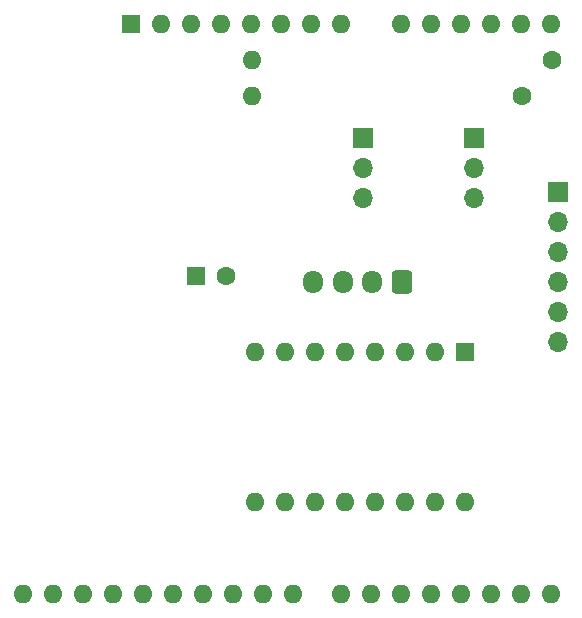
<source format=gbr>
%TF.GenerationSoftware,KiCad,Pcbnew,(6.0.8)*%
%TF.CreationDate,2022-10-14T20:54:24-03:00*%
%TF.ProjectId,Shield,53686965-6c64-42e6-9b69-6361645f7063,rev?*%
%TF.SameCoordinates,Original*%
%TF.FileFunction,Soldermask,Bot*%
%TF.FilePolarity,Negative*%
%FSLAX46Y46*%
G04 Gerber Fmt 4.6, Leading zero omitted, Abs format (unit mm)*
G04 Created by KiCad (PCBNEW (6.0.8)) date 2022-10-14 20:54:24*
%MOMM*%
%LPD*%
G01*
G04 APERTURE LIST*
G04 Aperture macros list*
%AMRoundRect*
0 Rectangle with rounded corners*
0 $1 Rounding radius*
0 $2 $3 $4 $5 $6 $7 $8 $9 X,Y pos of 4 corners*
0 Add a 4 corners polygon primitive as box body*
4,1,4,$2,$3,$4,$5,$6,$7,$8,$9,$2,$3,0*
0 Add four circle primitives for the rounded corners*
1,1,$1+$1,$2,$3*
1,1,$1+$1,$4,$5*
1,1,$1+$1,$6,$7*
1,1,$1+$1,$8,$9*
0 Add four rect primitives between the rounded corners*
20,1,$1+$1,$2,$3,$4,$5,0*
20,1,$1+$1,$4,$5,$6,$7,0*
20,1,$1+$1,$6,$7,$8,$9,0*
20,1,$1+$1,$8,$9,$2,$3,0*%
G04 Aperture macros list end*
%ADD10O,1.600000X1.600000*%
%ADD11C,1.600000*%
%ADD12R,1.700000X1.700000*%
%ADD13O,1.700000X1.700000*%
%ADD14RoundRect,0.250000X0.600000X0.725000X-0.600000X0.725000X-0.600000X-0.725000X0.600000X-0.725000X0*%
%ADD15O,1.700000X1.950000*%
%ADD16R,1.600000X1.600000*%
G04 APERTURE END LIST*
D10*
%TO.C,R2*%
X164592000Y-89408000D03*
D11*
X187452000Y-89408000D03*
%TD*%
%TO.C,R1*%
X189992000Y-86360000D03*
D10*
X164592000Y-86360000D03*
%TD*%
D12*
%TO.C,SensorFlujo1*%
X190500000Y-97536000D03*
D13*
X190500000Y-100076000D03*
X190500000Y-102616000D03*
X190500000Y-105156000D03*
X190500000Y-107696000D03*
X190500000Y-110236000D03*
%TD*%
D14*
%TO.C,MotorStepper1*%
X177292000Y-105156000D03*
D15*
X174792000Y-105156000D03*
X172292000Y-105156000D03*
X169792000Y-105156000D03*
%TD*%
D13*
%TO.C,SensorPresion1*%
X183388000Y-98044000D03*
X183388000Y-95504000D03*
D12*
X183388000Y-92964000D03*
%TD*%
%TO.C,SensorPresion2*%
X174005000Y-92964000D03*
D13*
X174005000Y-95504000D03*
X174005000Y-98044000D03*
%TD*%
D10*
%TO.C,A2*%
X182626000Y-123708000D03*
X180086000Y-123708000D03*
X177546000Y-123708000D03*
X175006000Y-123708000D03*
X172466000Y-123708000D03*
X169926000Y-123708000D03*
X167386000Y-123708000D03*
X164846000Y-123708000D03*
X164846000Y-111008000D03*
X167386000Y-111008000D03*
X169926000Y-111008000D03*
X172466000Y-111008000D03*
X175006000Y-111008000D03*
X177546000Y-111008000D03*
X180086000Y-111008000D03*
D16*
X182626000Y-111008000D03*
%TD*%
%TO.C,C1*%
X159883349Y-104648000D03*
D11*
X162383349Y-104648000D03*
%TD*%
D16*
%TO.C,A1*%
X154380000Y-83260000D03*
D10*
X156920000Y-83260000D03*
X159460000Y-83260000D03*
X162000000Y-83260000D03*
X164540000Y-83260000D03*
X167080000Y-83260000D03*
X169620000Y-83260000D03*
X172160000Y-83260000D03*
X177240000Y-83260000D03*
X179780000Y-83260000D03*
X182320000Y-83260000D03*
X184860000Y-83260000D03*
X187400000Y-83260000D03*
X189940000Y-83260000D03*
X189940000Y-131520000D03*
X187400000Y-131520000D03*
X184860000Y-131520000D03*
X182320000Y-131520000D03*
X179780000Y-131520000D03*
X177240000Y-131520000D03*
X174700000Y-131520000D03*
X172160000Y-131520000D03*
X168100000Y-131520000D03*
X165560000Y-131520000D03*
X163020000Y-131520000D03*
X160480000Y-131520000D03*
X157940000Y-131520000D03*
X155400000Y-131520000D03*
X152860000Y-131520000D03*
X150320000Y-131520000D03*
X147780000Y-131520000D03*
X145240000Y-131520000D03*
%TD*%
M02*

</source>
